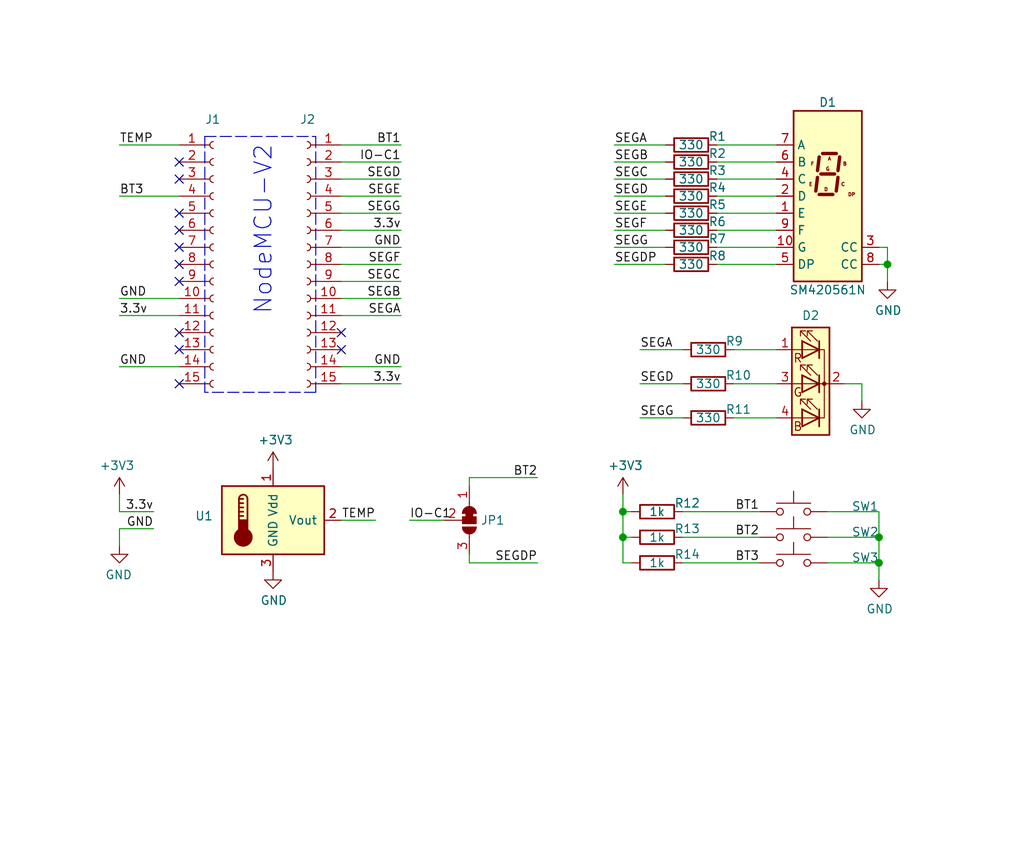
<source format=kicad_sch>
(kicad_sch (version 20210126) (generator eeschema)
  (paper "User" 152.4 127)
  (title_block (title "E707 Basic NodeMCU Shield") (date "2021-03-17") (rev "1.1S") (company "Electro707") (comment 1 "Jamal Bouajjaj"))
  (lib_symbols
    (symbol "Connector:Conn_01x15_Female" (pin_names (offset 1.016) hide)
      (property "Reference" "J" (at 0 20.32 0))
      (property "Value" "Conn_01x15_Female" (at 0 -20.32 0))
      (symbol "Conn_01x15_Female_1_1"
        (arc (start 0 -17.272) (end 0 -18.288) (radius (at 0 -17.78) (length 0.508) (angles 90.1 -90.1)) (stroke (width 0.1524)))
        (arc (start 0 -14.732) (end 0 -15.748) (radius (at 0 -15.24) (length 0.508) (angles 90.1 -90.1)) (stroke (width 0.1524)))
        (arc (start 0 -12.192) (end 0 -13.208) (radius (at 0 -12.7) (length 0.508) (angles 90.1 -90.1)) (stroke (width 0.1524)))
        (arc (start 0 -9.652) (end 0 -10.668) (radius (at 0 -10.16) (length 0.508) (angles 90.1 -90.1)) (stroke (width 0.1524)))
        (arc (start 0 -7.112) (end 0 -8.128) (radius (at 0 -7.62) (length 0.508) (angles 90.1 -90.1)) (stroke (width 0.1524)))
        (arc (start 0 -4.572) (end 0 -5.588) (radius (at 0 -5.08) (length 0.508) (angles 90.1 -90.1)) (stroke (width 0.1524)))
        (arc (start 0 -2.032) (end 0 -3.048) (radius (at 0 -2.54) (length 0.508) (angles 90.1 -90.1)) (stroke (width 0.1524)))
        (arc (start 0 0.508) (end 0 -0.508) (radius (at 0 0) (length 0.508) (angles 90.1 -90.1)) (stroke (width 0.1524)))
        (arc (start 0 3.048) (end 0 2.032) (radius (at 0 2.54) (length 0.508) (angles 90.1 -90.1)) (stroke (width 0.1524)))
        (arc (start 0 5.588) (end 0 4.572) (radius (at 0 5.08) (length 0.508) (angles 90.1 -90.1)) (stroke (width 0.1524)))
        (arc (start 0 8.128) (end 0 7.112) (radius (at 0 7.62) (length 0.508) (angles 90.1 -90.1)) (stroke (width 0.1524)))
        (arc (start 0 10.668) (end 0 9.652) (radius (at 0 10.16) (length 0.508) (angles 90.1 -90.1)) (stroke (width 0.1524)))
        (arc (start 0 13.208) (end 0 12.192) (radius (at 0 12.7) (length 0.508) (angles 90.1 -90.1)) (stroke (width 0.1524)))
        (arc (start 0 15.748) (end 0 14.732) (radius (at 0 15.24) (length 0.508) (angles 90.1 -90.1)) (stroke (width 0.1524)))
        (arc (start 0 18.288) (end 0 17.272) (radius (at 0 17.78) (length 0.508) (angles 90.1 -90.1)) (stroke (width 0.1524)))
        (polyline (pts (xy -1.27 -17.78) (xy -0.508 -17.78)) (stroke (width 0.1524)))
        (polyline (pts (xy -1.27 -15.24) (xy -0.508 -15.24)) (stroke (width 0.1524)))
        (polyline (pts (xy -1.27 -12.7) (xy -0.508 -12.7)) (stroke (width 0.1524)))
        (polyline (pts (xy -1.27 -10.16) (xy -0.508 -10.16)) (stroke (width 0.1524)))
        (polyline (pts (xy -1.27 -7.62) (xy -0.508 -7.62)) (stroke (width 0.1524)))
        (polyline (pts (xy -1.27 -5.08) (xy -0.508 -5.08)) (stroke (width 0.1524)))
        (polyline (pts (xy -1.27 -2.54) (xy -0.508 -2.54)) (stroke (width 0.1524)))
        (polyline (pts (xy -1.27 0) (xy -0.508 0)) (stroke (width 0.1524)))
        (polyline (pts (xy -1.27 2.54) (xy -0.508 2.54)) (stroke (width 0.1524)))
        (polyline (pts (xy -1.27 5.08) (xy -0.508 5.08)) (stroke (width 0.1524)))
        (polyline (pts (xy -1.27 7.62) (xy -0.508 7.62)) (stroke (width 0.1524)))
        (polyline (pts (xy -1.27 10.16) (xy -0.508 10.16)) (stroke (width 0.1524)))
        (polyline (pts (xy -1.27 12.7) (xy -0.508 12.7)) (stroke (width 0.1524)))
        (polyline (pts (xy -1.27 15.24) (xy -0.508 15.24)) (stroke (width 0.1524)))
        (polyline (pts (xy -1.27 17.78) (xy -0.508 17.78)) (stroke (width 0.1524)))
        (pin passive line (at -5.08 17.78 0) (length 3.81) (name "Pin_1") (number "1"))
        (pin passive line (at -5.08 -5.08 0) (length 3.81) (name "Pin_10") (number "10"))
        (pin passive line (at -5.08 -7.62 0) (length 3.81) (name "Pin_11") (number "11"))
        (pin passive line (at -5.08 -10.16 0) (length 3.81) (name "Pin_12") (number "12"))
        (pin passive line (at -5.08 -12.7 0) (length 3.81) (name "Pin_13") (number "13"))
        (pin passive line (at -5.08 -15.24 0) (length 3.81) (name "Pin_14") (number "14"))
        (pin passive line (at -5.08 -17.78 0) (length 3.81) (name "Pin_15") (number "15"))
        (pin passive line (at -5.08 15.24 0) (length 3.81) (name "Pin_2") (number "2"))
        (pin passive line (at -5.08 12.7 0) (length 3.81) (name "Pin_3") (number "3"))
        (pin passive line (at -5.08 10.16 0) (length 3.81) (name "Pin_4") (number "4"))
        (pin passive line (at -5.08 7.62 0) (length 3.81) (name "Pin_5") (number "5"))
        (pin passive line (at -5.08 5.08 0) (length 3.81) (name "Pin_6") (number "6"))
        (pin passive line (at -5.08 2.54 0) (length 3.81) (name "Pin_7") (number "7"))
        (pin passive line (at -5.08 0 0) (length 3.81) (name "Pin_8") (number "8"))
        (pin passive line (at -5.08 -2.54 0) (length 3.81) (name "Pin_9") (number "9"))
      )
    )
    (symbol "Device:LED_RKGB" (pin_names (offset 0) hide)
      (property "Reference" "D" (at 0 9.398 0))
      (property "Value" "LED_RKGB" (at 0 -8.89 0))
      (symbol "LED_RKGB_0_0"
        (text "B" (at 1.905 -6.35 0) (effects (font (size 1.27 1.27))))
        (text "G" (at 1.905 -1.27 0) (effects (font (size 1.27 1.27))))
        (text "R" (at 1.905 3.81 0) (effects (font (size 1.27 1.27))))
      )
      (symbol "LED_RKGB_0_1"
        (circle (center -2.032 0) (radius 0.254) (fill (type outline)))
        (rectangle (start 1.27 -1.27) (end 1.27 1.27))
        (rectangle (start 1.27 1.27) (end 1.27 1.27))
        (rectangle (start 1.27 3.81) (end 1.27 6.35))
        (rectangle (start 1.27 6.35) (end 1.27 6.35))
        (rectangle (start 2.794 8.382) (end -2.794 -7.62) (stroke (width 0.254)) (fill (type background)))
        (polyline (pts (xy -1.27 -5.08) (xy 1.27 -5.08)))
        (polyline (pts (xy -1.27 -3.81) (xy -1.27 -6.35)) (stroke (width 0.254)))
        (polyline (pts (xy -1.27 0) (xy -2.54 0)))
        (polyline (pts (xy -1.27 1.27) (xy -1.27 -1.27)) (stroke (width 0.254)))
        (polyline (pts (xy -1.27 5.08) (xy 1.27 5.08)))
        (polyline (pts (xy -1.27 6.35) (xy -1.27 3.81)) (stroke (width 0.254)))
        (polyline (pts (xy 1.27 -5.08) (xy 2.54 -5.08)))
        (polyline (pts (xy 1.27 0) (xy -1.27 0)))
        (polyline (pts (xy 1.27 0) (xy 2.54 0)))
        (polyline (pts (xy 1.27 5.08) (xy 2.54 5.08)))
        (polyline (pts (xy -1.27 1.27) (xy -1.27 -1.27) (xy -1.27 -1.27)))
        (polyline (pts (xy -1.27 6.35) (xy -1.27 3.81) (xy -1.27 3.81)))
        (polyline (pts (xy -1.27 5.08) (xy -2.032 5.08) (xy -2.032 -5.08) (xy -1.016 -5.08)))
        (polyline (pts (xy 1.27 -3.81) (xy 1.27 -6.35) (xy -1.27 -5.08) (xy 1.27 -3.81)) (stroke (width 0.254)))
        (polyline (pts (xy 1.27 1.27) (xy 1.27 -1.27) (xy -1.27 0) (xy 1.27 1.27)) (stroke (width 0.254)))
        (polyline (pts (xy 1.27 6.35) (xy 1.27 3.81) (xy -1.27 5.08) (xy 1.27 6.35)) (stroke (width 0.254)))
        (polyline (pts (xy -1.016 -3.81) (xy 0.508 -2.286) (xy -0.254 -2.286) (xy 0.508 -2.286) (xy 0.508 -3.048)))
        (polyline (pts (xy -1.016 1.27) (xy 0.508 2.794) (xy -0.254 2.794) (xy 0.508 2.794) (xy 0.508 2.032)))
        (polyline (pts (xy -1.016 6.35) (xy 0.508 7.874) (xy -0.254 7.874) (xy 0.508 7.874) (xy 0.508 7.112)))
        (polyline (pts (xy 0 -3.81) (xy 1.524 -2.286) (xy 0.762 -2.286) (xy 1.524 -2.286) (xy 1.524 -3.048)))
        (polyline (pts (xy 0 1.27) (xy 1.524 2.794) (xy 0.762 2.794) (xy 1.524 2.794) (xy 1.524 2.032)))
        (polyline (pts (xy 0 6.35) (xy 1.524 7.874) (xy 0.762 7.874) (xy 1.524 7.874) (xy 1.524 7.112)))
      )
      (symbol "LED_RKGB_1_1"
        (pin passive line (at 5.08 5.08 180) (length 2.54) (name "RA") (number "1"))
        (pin passive line (at -5.08 0 0) (length 2.54) (name "K") (number "2"))
        (pin passive line (at 5.08 0 180) (length 2.54) (name "GA") (number "3"))
        (pin passive line (at 5.08 -5.08 180) (length 2.54) (name "BA") (number "4"))
      )
    )
    (symbol "Device:R" (pin_numbers hide) (pin_names (offset 0))
      (property "Reference" "R" (at 2.032 0 90))
      (property "Value" "R" (at 0 0 90))
      (symbol "R_0_1"
        (rectangle (start -1.016 -2.54) (end 1.016 2.54) (stroke (width 0.254)))
      )
      (symbol "R_1_1"
        (pin passive line (at 0 3.81 270) (length 1.27) (name "~") (number "1"))
        (pin passive line (at 0 -3.81 90) (length 1.27) (name "~") (number "2"))
      )
    )
    (symbol "Display_Character:SM420561N"
      (property "Reference" "U" (at -2.54 13.97 0))
      (property "Value" "SM420561N" (at 1.27 13.97 0))
      (symbol "SM420561N_0_0"
        (text "A" (at 0.254 5.588 0) (effects (font (size 0.508 0.508))))
        (text "B" (at 2.54 4.826 0) (effects (font (size 0.508 0.508))))
        (text "C" (at 2.286 1.778 0) (effects (font (size 0.508 0.508))))
        (text "D" (at -0.254 1.016 0) (effects (font (size 0.508 0.508))))
        (text "DP" (at 3.556 0.254 0) (effects (font (size 0.508 0.508))))
        (text "E" (at -2.54 1.778 0) (effects (font (size 0.508 0.508))))
        (text "F" (at -2.286 4.826 0) (effects (font (size 0.508 0.508))))
        (text "G" (at 0 4.064 0) (effects (font (size 0.508 0.508))))
      )
      (symbol "SM420561N_0_1"
        (rectangle (start -5.08 12.7) (end 5.08 -12.7) (stroke (width 0.254)) (fill (type background)))
        (polyline (pts (xy -1.524 2.794) (xy -1.778 0.762)) (stroke (width 0.508)))
        (polyline (pts (xy -1.27 0.254) (xy 0.762 0.254)) (stroke (width 0.508)))
        (polyline (pts (xy -1.27 5.842) (xy -1.524 3.81)) (stroke (width 0.508)))
        (polyline (pts (xy -1.016 3.302) (xy 1.016 3.302)) (stroke (width 0.508)))
        (polyline (pts (xy -0.762 6.35) (xy 1.27 6.35)) (stroke (width 0.508)))
        (polyline (pts (xy 1.524 2.794) (xy 1.27 0.762)) (stroke (width 0.508)))
        (polyline (pts (xy 1.778 5.842) (xy 1.524 3.81)) (stroke (width 0.508)))
        (polyline (pts (xy 2.54 0.254) (xy 2.54 0.254)) (stroke (width 0.508)))
      )
      (symbol "SM420561N_1_1"
        (pin input line (at -7.62 -2.54 0) (length 2.54) (name "E") (number "1"))
        (pin input line (at -7.62 -7.62 0) (length 2.54) (name "G") (number "10"))
        (pin input line (at -7.62 0 0) (length 2.54) (name "D") (number "2"))
        (pin input line (at 7.62 -7.62 180) (length 2.54) (name "CC") (number "3"))
        (pin input line (at -7.62 2.54 0) (length 2.54) (name "C") (number "4"))
        (pin input line (at -7.62 -10.16 0) (length 2.54) (name "DP") (number "5"))
        (pin input line (at -7.62 5.08 0) (length 2.54) (name "B") (number "6"))
        (pin input line (at -7.62 7.62 0) (length 2.54) (name "A") (number "7"))
        (pin input line (at 7.62 -10.16 180) (length 2.54) (name "CC") (number "8"))
        (pin input line (at -7.62 -5.08 0) (length 2.54) (name "F") (number "9"))
      )
    )
    (symbol "Jumper:SolderJumper_3_Bridged12" (pin_names (offset 0) hide)
      (property "Reference" "JP" (at -2.54 -2.54 0))
      (property "Value" "SolderJumper_3_Bridged12" (at 0 2.794 0))
      (symbol "SolderJumper_3_Bridged12_0_1"
        (arc (start -1.016 1.016) (end -1.016 -1.016) (radius (at -1.016 0) (length 1.016) (angles 90.1 -90.1)))
        (arc (start 1.016 -1.016) (end 1.016 1.016) (radius (at 1.016 0) (length 1.016) (angles -89.9 89.9)))
        (arc (start -1.016 1.016) (end -1.016 -1.016) (radius (at -1.016 0) (length 1.016) (angles 90.1 -90.1)) (fill (type outline)))
        (arc (start 1.016 -1.016) (end 1.016 1.016) (radius (at 1.016 0) (length 1.016) (angles -89.9 89.9)) (fill (type outline)))
        (rectangle (start -1.016 0.508) (end -0.508 -0.508) (fill (type outline)))
        (rectangle (start -0.508 1.016) (end 0.508 -1.016) (fill (type outline)))
        (polyline (pts (xy -2.54 0) (xy -2.032 0)))
        (polyline (pts (xy -1.016 1.016) (xy -1.016 -1.016)))
        (polyline (pts (xy 0 -1.27) (xy 0 -1.016)))
        (polyline (pts (xy 1.016 1.016) (xy 1.016 -1.016)))
        (polyline (pts (xy 2.54 0) (xy 2.032 0)))
      )
      (symbol "SolderJumper_3_Bridged12_1_1"
        (pin passive line (at -5.08 0 0) (length 2.54) (name "A") (number "1"))
        (pin input line (at 0 -3.81 90) (length 2.54) (name "C") (number "2"))
        (pin passive line (at 5.08 0 180) (length 2.54) (name "B") (number "3"))
      )
    )
    (symbol "Sensor_Temperature:MCP9700AT-ETT" (pin_names (offset 1.016))
      (property "Reference" "U" (at -6.35 6.35 0))
      (property "Value" "MCP9700AT-ETT" (at 1.27 6.35 0))
      (symbol "MCP9700AT-ETT_0_1"
        (arc (start -3.81 3.175) (end -5.08 3.175) (radius (at -4.445 3.175) (length 0.635) (angles 0.1 179.9)) (stroke (width 0.254)))
        (circle (center -4.445 -2.54) (radius 1.27) (stroke (width 0.254)) (fill (type outline)))
        (rectangle (start -3.81 -1.905) (end -5.08 0) (stroke (width 0.254)) (fill (type outline)))
        (rectangle (start -7.62 5.08) (end 7.62 -5.08) (stroke (width 0.254)) (fill (type background)))
        (polyline (pts (xy -5.08 0.635) (xy -4.445 0.635)) (stroke (width 0.254)))
        (polyline (pts (xy -5.08 1.27) (xy -4.445 1.27)) (stroke (width 0.254)))
        (polyline (pts (xy -5.08 1.905) (xy -4.445 1.905)) (stroke (width 0.254)))
        (polyline (pts (xy -5.08 2.54) (xy -4.445 2.54)) (stroke (width 0.254)))
        (polyline (pts (xy -5.08 3.175) (xy -5.08 0)) (stroke (width 0.254)))
        (polyline (pts (xy -5.08 3.175) (xy -4.445 3.175)) (stroke (width 0.254)))
        (polyline (pts (xy -3.81 3.175) (xy -3.81 0)) (stroke (width 0.254)))
      )
      (symbol "MCP9700AT-ETT_1_1"
        (pin power_in line (at 0 7.62 270) (length 2.54) (name "Vdd") (number "1"))
        (pin output line (at 10.16 0 180) (length 2.54) (name "Vout") (number "2"))
        (pin power_in line (at 0 -7.62 90) (length 2.54) (name "GND") (number "3"))
      )
    )
    (symbol "Switch:SW_Push" (pin_numbers hide) (pin_names (offset 1.016) hide)
      (property "Reference" "SW" (at 1.27 2.54 0))
      (property "Value" "SW_Push" (at 0 -1.524 0))
      (symbol "SW_Push_0_1"
        (circle (center -2.032 0) (radius 0.508))
        (circle (center 2.032 0) (radius 0.508))
        (polyline (pts (xy 0 1.27) (xy 0 3.048)))
        (polyline (pts (xy 2.54 1.27) (xy -2.54 1.27)))
        (pin passive line (at -5.08 0 0) (length 2.54) (name "1") (number "1"))
        (pin passive line (at 5.08 0 180) (length 2.54) (name "2") (number "2"))
      )
    )
    (symbol "power:+3.3V" (power) (pin_names (offset 0))
      (property "Value" "+3.3V" (at 0 3.556 0))
      (symbol "+3.3V_0_1"
        (polyline (pts (xy -0.762 1.27) (xy 0 2.54)))
        (polyline (pts (xy 0 0) (xy 0 2.54)))
        (polyline (pts (xy 0 2.54) (xy 0.762 1.27)))
      )
      (symbol "+3.3V_1_1"
        (pin power_in line (at 0 0 90) (length 0) hide (name "+3V3") (number "1"))
      )
    )
    (symbol "power:GND" (power) (pin_names (offset 0))
      (property "Value" "GND" (at 0 -3.81 0))
      (symbol "GND_0_1"
        (polyline (pts (xy 0 0) (xy 0 -1.27) (xy 1.27 -1.27) (xy 0 -2.54) (xy -1.27 -1.27) (xy 0 -1.27)))
      )
      (symbol "GND_1_1"
        (pin power_in line (at 0 0 270) (length 0) hide (name "GND") (number "1"))
      )
    )
  )
  (junction (at 92.71 76.2) (diameter 1.016))
  (junction (at 92.71 80.01) (diameter 1.016))
  (junction (at 130.81 80.01) (diameter 1.016))
  (junction (at 130.81 83.82) (diameter 1.016))
  (junction (at 132.08 39.37) (diameter 1.016))
  (no_connect (at 26.67 24.13))
  (no_connect (at 26.67 26.67))
  (no_connect (at 26.67 31.75))
  (no_connect (at 26.67 34.29))
  (no_connect (at 26.67 36.83))
  (no_connect (at 26.67 39.37))
  (no_connect (at 26.67 41.91))
  (no_connect (at 26.67 49.53))
  (no_connect (at 26.67 52.07))
  (no_connect (at 26.67 57.15))
  (no_connect (at 50.8 49.53))
  (no_connect (at 50.8 52.07))
  (wire (pts (xy 17.78 21.59) (xy 26.67 21.59)))
  (wire (pts (xy 17.78 29.21) (xy 26.67 29.21)))
  (wire (pts (xy 17.78 44.45) (xy 26.67 44.45)))
  (wire (pts (xy 17.78 46.99) (xy 26.67 46.99)))
  (wire (pts (xy 17.78 54.61) (xy 26.67 54.61)))
  (wire (pts (xy 17.78 76.2) (xy 17.78 73.66)))
  (wire (pts (xy 17.78 78.74) (xy 17.78 81.28)))
  (wire (pts (xy 22.86 76.2) (xy 17.78 76.2)))
  (wire (pts (xy 22.86 78.74) (xy 17.78 78.74)))
  (wire (pts (xy 50.8 77.47) (xy 55.88 77.47)))
  (wire (pts (xy 59.69 21.59) (xy 50.8 21.59)))
  (wire (pts (xy 59.69 24.13) (xy 50.8 24.13)))
  (wire (pts (xy 59.69 26.67) (xy 50.8 26.67)))
  (wire (pts (xy 59.69 29.21) (xy 50.8 29.21)))
  (wire (pts (xy 59.69 31.75) (xy 50.8 31.75)))
  (wire (pts (xy 59.69 34.29) (xy 50.8 34.29)))
  (wire (pts (xy 59.69 36.83) (xy 50.8 36.83)))
  (wire (pts (xy 59.69 39.37) (xy 50.8 39.37)))
  (wire (pts (xy 59.69 41.91) (xy 50.8 41.91)))
  (wire (pts (xy 59.69 44.45) (xy 50.8 44.45)))
  (wire (pts (xy 59.69 46.99) (xy 50.8 46.99)))
  (wire (pts (xy 59.69 54.61) (xy 50.8 54.61)))
  (wire (pts (xy 59.69 57.15) (xy 50.8 57.15)))
  (wire (pts (xy 60.96 77.47) (xy 66.04 77.47)))
  (wire (pts (xy 69.85 71.12) (xy 69.85 72.39)))
  (wire (pts (xy 69.85 83.82) (xy 69.85 82.55)))
  (wire (pts (xy 69.85 83.82) (xy 80.01 83.82)))
  (wire (pts (xy 80.01 71.12) (xy 69.85 71.12)))
  (wire (pts (xy 91.44 21.59) (xy 99.06 21.59)))
  (wire (pts (xy 91.44 24.13) (xy 99.06 24.13)))
  (wire (pts (xy 91.44 26.67) (xy 99.06 26.67)))
  (wire (pts (xy 91.44 29.21) (xy 99.06 29.21)))
  (wire (pts (xy 91.44 31.75) (xy 99.06 31.75)))
  (wire (pts (xy 91.44 34.29) (xy 99.06 34.29)))
  (wire (pts (xy 91.44 36.83) (xy 99.06 36.83)))
  (wire (pts (xy 91.44 39.37) (xy 99.06 39.37)))
  (wire (pts (xy 92.71 73.66) (xy 92.71 76.2)))
  (wire (pts (xy 92.71 76.2) (xy 92.71 80.01)))
  (wire (pts (xy 92.71 76.2) (xy 93.98 76.2)))
  (wire (pts (xy 92.71 80.01) (xy 92.71 83.82)))
  (wire (pts (xy 92.71 80.01) (xy 93.98 80.01)))
  (wire (pts (xy 92.71 83.82) (xy 93.98 83.82)))
  (wire (pts (xy 95.25 52.07) (xy 101.6 52.07)))
  (wire (pts (xy 95.25 57.15) (xy 101.6 57.15)))
  (wire (pts (xy 95.25 62.23) (xy 101.6 62.23)))
  (wire (pts (xy 101.6 80.01) (xy 113.03 80.01)))
  (wire (pts (xy 101.6 83.82) (xy 113.03 83.82)))
  (wire (pts (xy 106.68 21.59) (xy 115.57 21.59)))
  (wire (pts (xy 106.68 24.13) (xy 115.57 24.13)))
  (wire (pts (xy 106.68 26.67) (xy 115.57 26.67)))
  (wire (pts (xy 106.68 29.21) (xy 115.57 29.21)))
  (wire (pts (xy 106.68 31.75) (xy 115.57 31.75)))
  (wire (pts (xy 106.68 34.29) (xy 115.57 34.29)))
  (wire (pts (xy 106.68 36.83) (xy 115.57 36.83)))
  (wire (pts (xy 106.68 39.37) (xy 115.57 39.37)))
  (wire (pts (xy 109.22 52.07) (xy 115.57 52.07)))
  (wire (pts (xy 109.22 57.15) (xy 115.57 57.15)))
  (wire (pts (xy 109.22 62.23) (xy 115.57 62.23)))
  (wire (pts (xy 113.03 76.2) (xy 101.6 76.2)))
  (wire (pts (xy 123.19 76.2) (xy 130.81 76.2)))
  (wire (pts (xy 123.19 80.01) (xy 130.81 80.01)))
  (wire (pts (xy 123.19 83.82) (xy 130.81 83.82)))
  (wire (pts (xy 128.27 57.15) (xy 125.73 57.15)))
  (wire (pts (xy 128.27 59.69) (xy 128.27 57.15)))
  (wire (pts (xy 130.81 36.83) (xy 132.08 36.83)))
  (wire (pts (xy 130.81 76.2) (xy 130.81 80.01)))
  (wire (pts (xy 130.81 80.01) (xy 130.81 83.82)))
  (wire (pts (xy 130.81 83.82) (xy 130.81 86.36)))
  (wire (pts (xy 132.08 36.83) (xy 132.08 39.37)))
  (wire (pts (xy 132.08 39.37) (xy 130.81 39.37)))
  (wire (pts (xy 132.08 39.37) (xy 132.08 41.91)))
  (polyline (pts (xy 30.48 20.32) (xy 30.48 58.42)) (stroke (width 0) (type dash)))
  (polyline (pts (xy 30.48 20.32) (xy 46.99 20.32)) (stroke (width 0) (type dash)))
  (polyline (pts (xy 46.99 20.32) (xy 46.99 58.42)) (stroke (width 0) (type dash)))
  (polyline (pts (xy 46.99 58.42) (xy 30.48 58.42)) (stroke (width 0) (type dash)))
  (text "NodeMCU-V2" (at 40.64 21.59 270) (effects (font (size 2.54 2.54)) (justify right bottom)))
  (label "TEMP" (at 17.78 21.59 0))
  (label "BT3" (at 17.78 29.21 0))
  (label "GND" (at 17.78 44.45 0))
  (label "3.3v" (at 17.78 46.99 0))
  (label "GND" (at 17.78 54.61 0))
  (label "3.3v" (at 22.86 76.2 180))
  (label "GND" (at 22.86 78.74 180))
  (label "TEMP" (at 55.88 77.47 180))
  (label "BT1" (at 59.69 21.59 180))
  (label "IO-C1" (at 59.69 24.13 180))
  (label "SEGD" (at 59.69 26.67 180))
  (label "SEGE" (at 59.69 29.21 180))
  (label "SEGG" (at 59.69 31.75 180))
  (label "3.3v" (at 59.69 34.29 180))
  (label "GND" (at 59.69 36.83 180))
  (label "SEGF" (at 59.69 39.37 180))
  (label "SEGC" (at 59.69 41.91 180))
  (label "SEGB" (at 59.69 44.45 180))
  (label "SEGA" (at 59.69 46.99 180))
  (label "GND" (at 59.69 54.61 180))
  (label "3.3v" (at 59.69 57.15 180))
  (label "IO-C1" (at 60.96 77.47 0))
  (label "BT2" (at 80.01 71.12 180))
  (label "SEGDP" (at 80.01 83.82 180))
  (label "SEGA" (at 91.44 21.59 0))
  (label "SEGB" (at 91.44 24.13 0))
  (label "SEGC" (at 91.44 26.67 0))
  (label "SEGD" (at 91.44 29.21 0))
  (label "SEGE" (at 91.44 31.75 0))
  (label "SEGF" (at 91.44 34.29 0))
  (label "SEGG" (at 91.44 36.83 0))
  (label "SEGDP" (at 91.44 39.37 0))
  (label "SEGA" (at 95.25 52.07 0))
  (label "SEGD" (at 95.25 57.15 0))
  (label "SEGG" (at 95.25 62.23 0))
  (label "BT1" (at 113.03 76.2 180))
  (label "BT2" (at 113.03 80.01 180))
  (label "BT3" (at 113.03 83.82 180))
  (symbol (lib_id "power:+3.3V") (at 17.78 73.66 0) (mirror y) (unit 1)
    (property "Reference" "#PWR04" (effects hide))
    (property "Value" "+3.3V" (at 17.4117 69.3356 0))
  )
  (symbol (lib_id "power:+3.3V") (at 40.64 69.85 0) (unit 1)
    (property "Reference" "#PWR03" (effects hide))
    (property "Value" "+3.3V" (at 41.0083 65.5256 0))
  )
  (symbol (lib_id "power:+3.3V") (at 92.71 73.66 0) (unit 1)
    (property "Reference" "#PWR05" (effects hide))
    (property "Value" "+3.3V" (at 93.0783 69.3356 0))
  )
  (symbol (lib_id "power:GND") (at 17.78 81.28 0) (mirror y) (unit 1)
    (property "Reference" "#PWR06" (effects hide))
    (property "Value" "GND" (at 17.6657 85.6044 0))
  )
  (symbol (lib_id "power:GND") (at 40.64 85.09 0) (unit 1)
    (property "Reference" "#PWR07" (effects hide))
    (property "Value" "GND" (at 40.7543 89.4144 0))
  )
  (symbol (lib_id "power:GND") (at 128.27 59.69 0) (unit 1)
    (property "Reference" "#PWR02" (effects hide))
    (property "Value" "GND" (at 128.3843 64.0144 0))
  )
  (symbol (lib_id "power:GND") (at 130.81 86.36 0) (unit 1)
    (property "Reference" "#PWR08" (effects hide))
    (property "Value" "GND" (at 130.9243 90.6844 0))
  )
  (symbol (lib_id "power:GND") (at 132.08 41.91 0) (unit 1)
    (property "Reference" "#PWR01" (effects hide))
    (property "Value" "GND" (at 132.1943 46.2344 0))
  )
  (symbol (lib_id "Device:R") (at 97.79 76.2 90) (unit 1)
    (property "Reference" "R12" (at 100.33 74.93 90) (effects (justify right)))
    (property "Value" "1k" (at 97.79 76.2 90))
    (property "Footprint" "Resistor_SMD:R_1206_3216Metric_Pad1.30x1.75mm_HandSolder" (effects hide))
  )
  (symbol (lib_id "Device:R") (at 97.79 80.01 90) (unit 1)
    (property "Reference" "R13" (at 100.33 78.74 90) (effects (justify right)))
    (property "Value" "1k" (at 97.79 80.01 90))
    (property "Footprint" "Resistor_SMD:R_1206_3216Metric_Pad1.30x1.75mm_HandSolder" (effects hide))
  )
  (symbol (lib_id "Device:R") (at 97.79 83.82 90) (unit 1)
    (property "Reference" "R14" (at 100.33 82.55 90) (effects (justify right)))
    (property "Value" "1k" (at 97.79 83.82 90))
    (property "Footprint" "Resistor_SMD:R_1206_3216Metric_Pad1.30x1.75mm_HandSolder" (effects hide))
  )
  (symbol (lib_id "Device:R") (at 102.87 21.59 90) (unit 1)
    (property "Reference" "R1" (at 105.41 20.32 90) (effects (justify right)))
    (property "Value" "330" (at 102.87 21.59 90))
    (property "Footprint" "Resistor_SMD:R_1206_3216Metric_Pad1.30x1.75mm_HandSolder" (effects hide))
  )
  (symbol (lib_id "Device:R") (at 102.87 24.13 90) (unit 1)
    (property "Reference" "R2" (at 105.41 22.86 90) (effects (justify right)))
    (property "Value" "330" (at 102.87 24.13 90))
    (property "Footprint" "Resistor_SMD:R_1206_3216Metric_Pad1.30x1.75mm_HandSolder" (effects hide))
  )
  (symbol (lib_id "Device:R") (at 102.87 26.67 90) (unit 1)
    (property "Reference" "R3" (at 105.41 25.4 90) (effects (justify right)))
    (property "Value" "330" (at 102.87 26.67 90))
    (property "Footprint" "Resistor_SMD:R_1206_3216Metric_Pad1.30x1.75mm_HandSolder" (effects hide))
  )
  (symbol (lib_id "Device:R") (at 102.87 29.21 90) (unit 1)
    (property "Reference" "R4" (at 105.41 27.94 90) (effects (justify right)))
    (property "Value" "330" (at 102.87 29.21 90))
    (property "Footprint" "Resistor_SMD:R_1206_3216Metric_Pad1.30x1.75mm_HandSolder" (effects hide))
  )
  (symbol (lib_id "Device:R") (at 102.87 31.75 90) (unit 1)
    (property "Reference" "R5" (at 105.41 30.48 90) (effects (justify right)))
    (property "Value" "330" (at 102.87 31.75 90))
    (property "Footprint" "Resistor_SMD:R_1206_3216Metric_Pad1.30x1.75mm_HandSolder" (effects hide))
  )
  (symbol (lib_id "Device:R") (at 102.87 34.29 90) (unit 1)
    (property "Reference" "R6" (at 105.41 33.02 90) (effects (justify right)))
    (property "Value" "330" (at 102.87 34.29 90))
    (property "Footprint" "Resistor_SMD:R_1206_3216Metric_Pad1.30x1.75mm_HandSolder" (effects hide))
  )
  (symbol (lib_id "Device:R") (at 102.87 36.83 90) (unit 1)
    (property "Reference" "R7" (at 105.41 35.56 90) (effects (justify right)))
    (property "Value" "330" (at 102.87 36.83 90))
    (property "Footprint" "Resistor_SMD:R_1206_3216Metric_Pad1.30x1.75mm_HandSolder" (effects hide))
  )
  (symbol (lib_id "Device:R") (at 102.87 39.37 90) (unit 1)
    (property "Reference" "R8" (at 105.41 38.1 90) (effects (justify right)))
    (property "Value" "330" (at 102.87 39.37 90))
    (property "Footprint" "Resistor_SMD:R_1206_3216Metric_Pad1.30x1.75mm_HandSolder" (effects hide))
  )
  (symbol (lib_id "Device:R") (at 105.41 52.07 90) (unit 1)
    (property "Reference" "R9" (at 107.95 50.8 90) (effects (justify right)))
    (property "Value" "330" (at 105.41 52.07 90))
    (property "Footprint" "Resistor_SMD:R_1206_3216Metric_Pad1.30x1.75mm_HandSolder" (effects hide))
  )
  (symbol (lib_id "Device:R") (at 105.41 57.15 90) (unit 1)
    (property "Reference" "R10" (at 107.95 55.88 90) (effects (justify right)))
    (property "Value" "330" (at 105.41 57.15 90))
    (property "Footprint" "Resistor_SMD:R_1206_3216Metric_Pad1.30x1.75mm_HandSolder" (effects hide))
  )
  (symbol (lib_id "Device:R") (at 105.41 62.23 90) (unit 1)
    (property "Reference" "R11" (at 107.95 60.96 90) (effects (justify right)))
    (property "Value" "330" (at 105.41 62.23 90))
    (property "Footprint" "Resistor_SMD:R_1206_3216Metric_Pad1.30x1.75mm_HandSolder" (effects hide))
  )
  (symbol (lib_id "Switch:SW_Push") (at 118.11 76.2 0) (unit 1)
    (property "Reference" "SW1" (at 130.81 75.4126 0) (effects (justify right)))
    (property "Value" "SW_Push" (effects hide))
    (property "Footprint" "Button_Switch_SMD:SW_Push_1P1T_NO_6x6mm_H9.5mm" (effects hide))
  )
  (symbol (lib_id "Switch:SW_Push") (at 118.11 80.01 0) (unit 1)
    (property "Reference" "SW2" (at 130.81 79.2226 0) (effects (justify right)))
    (property "Value" "SW_Push" (effects hide))
    (property "Footprint" "Button_Switch_SMD:SW_Push_1P1T_NO_6x6mm_H9.5mm" (effects hide))
  )
  (symbol (lib_id "Switch:SW_Push") (at 118.11 83.82 0) (unit 1)
    (property "Reference" "SW3" (at 130.81 83.0326 0) (effects (justify right)))
    (property "Value" "SW_Push" (effects hide))
    (property "Footprint" "Button_Switch_SMD:SW_Push_1P1T_NO_6x6mm_H9.5mm" (effects hide))
  )
  (symbol (lib_id "Jumper:SolderJumper_3_Bridged12") (at 69.85 77.47 270) (unit 1)
    (property "Reference" "JP1" (at 71.5011 77.47 90) (effects (justify left)))
    (property "Value" "SolderJumper_3_Bridged12" (effects hide))
    (property "Footprint" "Jumper:SolderJumper-3_P1.3mm_Bridged12_Pad1.0x1.5mm" (effects hide))
  )
  (symbol (lib_id "Device:LED_RKGB") (at 120.65 57.15 0) (mirror y) (unit 1)
    (property "Reference" "D2" (at 120.65 46.99 0))
    (property "Value" "LED_RKGB" (effects hide))
    (property "Footprint" "LED_THT:LED_D5.0mm-4_RGB_Staggered_Pins" (effects hide))
  )
  (symbol (lib_id "Connector:Conn_01x15_Female") (at 31.75 39.37 0) (unit 1)
    (property "Reference" "J1" (at 30.48 17.78 0) (effects (justify left)))
    (property "Value" "Conn_01x15_Female" (effects hide))
    (property "Footprint" "Connector_PinSocket_2.54mm:PinSocket_1x15_P2.54mm_Vertical" (effects hide))
  )
  (symbol (lib_id "Connector:Conn_01x15_Female") (at 45.72 39.37 0) (mirror y) (unit 1)
    (property "Reference" "J2" (at 46.99 17.78 0) (effects (justify left)))
    (property "Value" "Conn_01x15_Female" (effects hide))
    (property "Footprint" "Connector_PinSocket_2.54mm:PinSocket_1x15_P2.54mm_Vertical" (effects hide))
  )
  (symbol (lib_id "Sensor_Temperature:MCP9700AT-ETT") (at 40.64 77.47 0) (unit 1)
    (property "Reference" "U1" (at 31.75 76.8349 0) (effects (justify right)))
    (property "Value" "MCP9700AT-ETT" (effects hide))
    (property "Footprint" "Package_TO_SOT_SMD:SOT-23" (effects hide))
    (property "Datasheet" "http://ww1.microchip.com/downloads/en/DeviceDoc/21942e.pdf" (effects hide))
  )
  (symbol (lib_id "Display_Character:SM420561N") (at 123.19 29.21 0) (unit 1)
    (property "Reference" "D1" (at 123.19 15.24 0))
    (property "Value" "SM420561N" (at 123.19 43.18 0))
    (property "Footprint" "Display_7Segment:7SegmentLED_LTS6760_LTS6780" (effects hide))
    (property "Datasheet" "https://datasheet.lcsc.com/szlcsc/Wuxi-ARK-Tech-Elec-SM420561N_C141367.pdf" (effects hide))
  )
)
</source>
